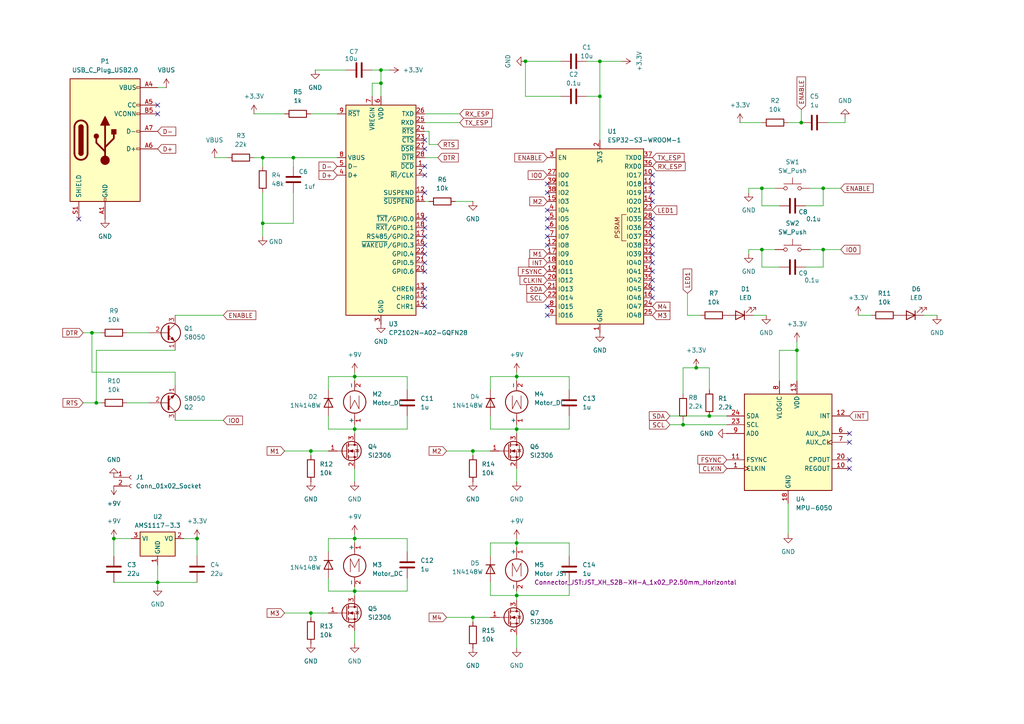
<source format=kicad_sch>
(kicad_sch (version 20231120) (generator "eeschema") (generator_version "8.0")
  (paper "A4")
  (title_block (title "\"Saucey\" Drone Flight Controller") (date "2024-07-07") (rev "1.0") (company "Al Mahir Ahmed"))
  (lib_symbols
    (symbol "Connector:Conn_01x02_Socket" (pin_names (offset 1.016) hide)
      (property "Reference" "J" (at 0 2.54 0))
      (property "Value" "Conn_01x02_Socket" (at 0 -5.08 0))
      (symbol "Conn_01x02_Socket_1_1"
        (pin passive line (at -5.08 0 0) (length 3.81) (name "Pin_1") (number "1"))
        (pin passive line (at -5.08 -2.54 0) (length 3.81) (name "Pin_2") (number "2"))
      )
    )
    (symbol "Connector:USB_C_Plug_USB2.0" (pin_names (offset 1.016))
      (property "Reference" "P" (at -10.16 19.05 0))
      (property "Value" "USB_C_Plug_USB2.0" (at 12.7 19.05 0))
      (symbol "USB_C_Plug_USB2.0_1_1"
        (pin passive line (at 0 -22.86 90) (length 5.08) (name "GND") (number "A1"))
        (pin passive line (at 0 -22.86 90) (length 5.08) hide (name "GND") (number "A12"))
        (pin passive line (at 15.24 15.24 180) (length 5.08) (name "VBUS") (number "A4"))
        (pin bidirectional line (at 15.24 10.16 180) (length 5.08) (name "CC") (number "A5"))
        (pin bidirectional line (at 15.24 -2.54 180) (length 5.08) (name "D+") (number "A6"))
        (pin bidirectional line (at 15.24 2.54 180) (length 5.08) (name "D-") (number "A7"))
        (pin passive line (at 15.24 15.24 180) (length 5.08) hide (name "VBUS") (number "A9"))
        (pin passive line (at 0 -22.86 90) (length 5.08) hide (name "GND") (number "B1"))
        (pin passive line (at 0 -22.86 90) (length 5.08) hide (name "GND") (number "B12"))
        (pin passive line (at 15.24 15.24 180) (length 5.08) hide (name "VBUS") (number "B4"))
        (pin bidirectional line (at 15.24 7.62 180) (length 5.08) (name "VCONN") (number "B5"))
        (pin passive line (at 15.24 15.24 180) (length 5.08) hide (name "VBUS") (number "B9"))
        (pin passive line (at -7.62 -22.86 90) (length 5.08) (name "SHIELD") (number "S1"))
      )
    )
    (symbol "Device:C" (pin_numbers hide) (pin_names (offset 0.254))
      (property "Reference" "C" (at 0.635 2.54 0))
      (property "Value" "C" (at 0.635 -2.54 0))
      (symbol "C_1_1"
        (pin passive line (at 0 3.81 270) (length 2.794) (name "~") (number "1"))
        (pin passive line (at 0 -3.81 90) (length 2.794) (name "~") (number "2"))
      )
    )
    (symbol "Device:LED" (pin_numbers hide) (pin_names (offset 1.016) hide)
      (property "Reference" "D" (at 0 2.54 0))
      (property "Value" "LED" (at 0 -2.54 0))
      (symbol "LED_1_1"
        (pin passive line (at -3.81 0 0) (length 2.54) (name "K") (number "1"))
        (pin passive line (at 3.81 0 180) (length 2.54) (name "A") (number "2"))
      )
    )
    (symbol "Device:R" (pin_numbers hide) (pin_names (offset 0))
      (property "Reference" "R" (at 2.032 0 90))
      (property "Value" "R" (at 0 0 90))
      (symbol "R_1_1"
        (pin passive line (at 0 3.81 270) (length 1.27) (name "~") (number "1"))
        (pin passive line (at 0 -3.81 90) (length 1.27) (name "~") (number "2"))
      )
    )
    (symbol "Diode:1N4148W" (pin_numbers hide) (pin_names hide)
      (property "Reference" "D" (at 0 2.54 0))
      (property "Value" "1N4148W" (at 0 -2.54 0))
      (symbol "1N4148W_1_1"
        (pin passive line (at -3.81 0 0) (length 2.54) (name "K") (number "1"))
        (pin passive line (at 3.81 0 180) (length 2.54) (name "A") (number "2"))
      )
    )
    (symbol "Interface_USB:CP2102N-Axx-xQFN28"
      (property "Reference" "U" (at -8.89 31.75 0))
      (property "Value" "CP2102N-Axx-xQFN28" (at 12.7 31.75 0))
      (symbol "CP2102N-Axx-xQFN28_1_1"
        (pin input line (at 12.7 12.7 180) (length 2.54) (name "~{DCD}") (number "1"))
        (pin no_connect line (at -10.16 -27.94 0) (length 2.54) hide (name "NC") (number "10"))
        (pin output line (at 12.7 2.54 180) (length 2.54) (name "~{SUSPEND}") (number "11"))
        (pin output line (at 12.7 5.08 180) (length 2.54) (name "SUSPEND") (number "12"))
        (pin output line (at 12.7 -22.86 180) (length 2.54) (name "CHREN") (number "13"))
        (pin output line (at 12.7 -27.94 180) (length 2.54) (name "CHR1") (number "14"))
        (pin output line (at 12.7 -25.4 180) (length 2.54) (name "CHR0") (number "15"))
        (pin bidirectional line (at 12.7 -10.16 180) (length 2.54) (name "~{WAKEUP}/GPIO.3") (number "16"))
        (pin bidirectional line (at 12.7 -7.62 180) (length 2.54) (name "RS485/GPIO.2") (number "17"))
        (pin bidirectional line (at 12.7 -5.08 180) (length 2.54) (name "~{RXT}/GPIO.1") (number "18"))
        (pin bidirectional line (at 12.7 -2.54 180) (length 2.54) (name "~{TXT}/GPIO.0") (number "19"))
        (pin bidirectional line (at 12.7 10.16 180) (length 2.54) (name "~{RI}/CLK") (number "2"))
        (pin bidirectional line (at 12.7 -17.78 180) (length 2.54) (name "GPIO.6") (number "20"))
        (pin bidirectional line (at 12.7 -15.24 180) (length 2.54) (name "GPIO.5") (number "21"))
        (pin bidirectional line (at 12.7 -12.7 180) (length 2.54) (name "GPIO.4") (number "22"))
        (pin input line (at 12.7 20.32 180) (length 2.54) (name "~{CTS}") (number "23"))
        (pin output line (at 12.7 22.86 180) (length 2.54) (name "~{RTS}") (number "24"))
        (pin input line (at 12.7 25.4 180) (length 2.54) (name "RXD") (number "25"))
        (pin output line (at 12.7 27.94 180) (length 2.54) (name "TXD") (number "26"))
        (pin input line (at 12.7 17.78 180) (length 2.54) (name "~{DSR}") (number "27"))
        (pin output line (at 12.7 15.24 180) (length 2.54) (name "~{DTR}") (number "28"))
        (pin passive line (at 0 -33.02 90) (length 2.54) hide (name "GND") (number "29"))
        (pin power_in line (at 0 -33.02 90) (length 2.54) (name "GND") (number "3"))
        (pin bidirectional line (at -12.7 10.16 0) (length 2.54) (name "D+") (number "4"))
        (pin bidirectional line (at -12.7 12.7 0) (length 2.54) (name "D-") (number "5"))
        (pin power_in line (at 0 33.02 270) (length 2.54) (name "VDD") (number "6"))
        (pin power_in line (at -2.54 33.02 270) (length 2.54) (name "VREGIN") (number "7"))
        (pin input line (at -12.7 15.24 0) (length 2.54) (name "VBUS") (number "8"))
        (pin input line (at -12.7 27.94 0) (length 2.54) (name "~{RST}") (number "9"))
      )
    )
    (symbol "Motor:Motor_DC" (pin_names (offset 0))
      (property "Reference" "M" (at 2.54 2.54 0))
      (property "Value" "Motor_DC" (at 2.54 -5.08 0))
      (symbol "Motor_DC_1_1"
        (pin passive line (at 0 5.08 270) (length 2.54) (name "+") (number "1"))
        (pin passive line (at 0 -7.62 90) (length 2.54) (name "-") (number "2"))
      )
    )
    (symbol "RF_Module:ESP32-S3-WROOM-1"
      (property "Reference" "U" (at -12.7 26.67 0))
      (property "Value" "ESP32-S3-WROOM-1" (at 12.7 26.67 0))
      (symbol "ESP32-S3-WROOM-1_0_0"
        (text "PSRAM" (at 5.08 2.54 900) (effects (font (size 1.27 1.27))))
      )
      (symbol "ESP32-S3-WROOM-1_1_1"
        (pin power_in line (at 0 -27.94 90) (length 2.54) (name "GND") (number "1"))
        (pin bidirectional line (at 15.24 17.78 180) (length 2.54) (name "IO17") (number "10"))
        (pin bidirectional line (at 15.24 15.24 180) (length 2.54) (name "IO18") (number "11"))
        (pin bidirectional line (at -15.24 -2.54 0) (length 2.54) (name "IO8") (number "12"))
        (pin bidirectional line (at 15.24 12.7 180) (length 2.54) (name "IO19") (number "13"))
        (pin bidirectional line (at 15.24 10.16 180) (length 2.54) (name "IO20") (number "14"))
        (pin bidirectional line (at -15.24 10.16 0) (length 2.54) (name "IO3") (number "15"))
        (pin bidirectional line (at 15.24 -17.78 180) (length 2.54) (name "IO46") (number "16"))
        (pin bidirectional line (at -15.24 -5.08 0) (length 2.54) (name "IO9") (number "17"))
        (pin bidirectional line (at -15.24 -7.62 0) (length 2.54) (name "IO10") (number "18"))
        (pin bidirectional line (at -15.24 -10.16 0) (length 2.54) (name "IO11") (number "19"))
        (pin power_in line (at 0 27.94 270) (length 2.54) (name "3V3") (number "2"))
        (pin bidirectional line (at -15.24 -12.7 0) (length 2.54) (name "IO12") (number "20"))
        (pin bidirectional line (at -15.24 -15.24 0) (length 2.54) (name "IO13") (number "21"))
        (pin bidirectional line (at -15.24 -17.78 0) (length 2.54) (name "IO14") (number "22"))
        (pin bidirectional line (at 15.24 7.62 180) (length 2.54) (name "IO21") (number "23"))
        (pin bidirectional line (at 15.24 -20.32 180) (length 2.54) (name "IO47") (number "24"))
        (pin bidirectional line (at 15.24 -22.86 180) (length 2.54) (name "IO48") (number "25"))
        (pin bidirectional line (at 15.24 -15.24 180) (length 2.54) (name "IO45") (number "26"))
        (pin bidirectional line (at -15.24 17.78 0) (length 2.54) (name "IO0") (number "27"))
        (pin bidirectional line (at 15.24 5.08 180) (length 2.54) (name "IO35") (number "28"))
        (pin bidirectional line (at 15.24 2.54 180) (length 2.54) (name "IO36") (number "29"))
        (pin input line (at -15.24 22.86 0) (length 2.54) (name "EN") (number "3"))
        (pin bidirectional line (at 15.24 0 180) (length 2.54) (name "IO37") (number "30"))
        (pin bidirectional line (at 15.24 -2.54 180) (length 2.54) (name "IO38") (number "31"))
        (pin bidirectional line (at 15.24 -5.08 180) (length 2.54) (name "IO39") (number "32"))
        (pin bidirectional line (at 15.24 -7.62 180) (length 2.54) (name "IO40") (number "33"))
        (pin bidirectional line (at 15.24 -10.16 180) (length 2.54) (name "IO41") (number "34"))
        (pin bidirectional line (at 15.24 -12.7 180) (length 2.54) (name "IO42") (number "35"))
        (pin bidirectional line (at 15.24 20.32 180) (length 2.54) (name "RXD0") (number "36"))
        (pin bidirectional line (at 15.24 22.86 180) (length 2.54) (name "TXD0") (number "37"))
        (pin bidirectional line (at -15.24 12.7 0) (length 2.54) (name "IO2") (number "38"))
        (pin bidirectional line (at -15.24 15.24 0) (length 2.54) (name "IO1") (number "39"))
        (pin bidirectional line (at -15.24 7.62 0) (length 2.54) (name "IO4") (number "4"))
        (pin passive line (at 0 -27.94 90) (length 2.54) hide (name "GND") (number "40"))
        (pin passive line (at 0 -27.94 90) (length 2.54) hide (name "GND") (number "41"))
        (pin bidirectional line (at -15.24 5.08 0) (length 2.54) (name "IO5") (number "5"))
        (pin bidirectional line (at -15.24 2.54 0) (length 2.54) (name "IO6") (number "6"))
        (pin bidirectional line (at -15.24 0 0) (length 2.54) (name "IO7") (number "7"))
        (pin bidirectional line (at -15.24 -20.32 0) (length 2.54) (name "IO15") (number "8"))
        (pin bidirectional line (at -15.24 -22.86 0) (length 2.54) (name "IO16") (number "9"))
      )
    )
    (symbol "Regulator_Linear:AMS1117-3.3"
      (property "Reference" "U" (at -3.81 3.175 0))
      (property "Value" "AMS1117-3.3" (at 0 3.175 0))
      (symbol "AMS1117-3.3_1_1"
        (pin power_in line (at 0 -7.62 90) (length 2.54) (name "GND") (number "1"))
        (pin power_out line (at 7.62 0 180) (length 2.54) (name "VO") (number "2"))
        (pin power_in line (at -7.62 0 0) (length 2.54) (name "VI") (number "3"))
      )
    )
    (symbol "Sensor_Motion:MPU-6050"
      (property "Reference" "U" (at -11.43 13.97 0))
      (property "Value" "MPU-6050" (at 7.62 -15.24 0))
      (symbol "MPU-6050_0_0"
        (text "" (at 12.7 -2.54 0) (effects (font (size 1.27 1.27))))
      )
      (symbol "MPU-6050_1_1"
        (pin input clock (at -17.78 -7.62 0) (length 5.08) (name "CLKIN") (number "1"))
        (pin passive line (at 17.78 -7.62 180) (length 5.08) (name "REGOUT") (number "10"))
        (pin input line (at -17.78 -5.08 0) (length 5.08) (name "FSYNC") (number "11"))
        (pin output line (at 17.78 7.62 180) (length 5.08) (name "INT") (number "12"))
        (pin power_in line (at 2.54 17.78 270) (length 3.81) (name "VDD") (number "13"))
        (pin no_connect line (at -12.7 -10.16 0) (length 2.54) hide (name "NC") (number "14"))
        (pin no_connect line (at 12.7 12.7 180) (length 2.54) hide (name "NC") (number "15"))
        (pin no_connect line (at 12.7 10.16 180) (length 2.54) hide (name "NC") (number "16"))
        (pin no_connect line (at 12.7 5.08 180) (length 2.54) hide (name "NC") (number "17"))
        (pin power_in line (at 0 -17.78 90) (length 3.81) (name "GND") (number "18"))
        (pin no_connect line (at 12.7 -10.16 180) (length 2.54) hide (name "RESV") (number "19"))
        (pin no_connect line (at -12.7 12.7 0) (length 2.54) hide (name "NC") (number "2"))
        (pin passive line (at 17.78 -5.08 180) (length 5.08) (name "CPOUT") (number "20"))
        (pin no_connect line (at 12.7 -2.54 180) (length 2.54) hide (name "RESV") (number "21"))
        (pin no_connect line (at 12.7 -12.7 180) (length 2.54) hide (name "RESV") (number "22"))
        (pin input line (at -17.78 5.08 0) (length 5.08) (name "SCL") (number "23"))
        (pin bidirectional line (at -17.78 7.62 0) (length 5.08) (name "SDA") (number "24"))
        (pin no_connect line (at -12.7 10.16 0) (length 2.54) hide (name "NC") (number "3"))
        (pin no_connect line (at -12.7 0 0) (length 2.54) hide (name "NC") (number "4"))
        (pin no_connect line (at -12.7 -2.54 0) (length 2.54) hide (name "NC") (number "5"))
        (pin bidirectional line (at 17.78 2.54 180) (length 5.08) (name "AUX_DA") (number "6"))
        (pin output clock (at 17.78 0 180) (length 5.08) (name "AUX_CL") (number "7"))
        (pin power_in line (at -2.54 17.78 270) (length 3.81) (name "VLOGIC") (number "8"))
        (pin input line (at -17.78 2.54 0) (length 5.08) (name "AD0") (number "9"))
      )
    )
    (symbol "Switch:SW_Push" (pin_numbers hide) (pin_names (offset 1.016) hide)
      (property "Reference" "SW" (at 1.27 2.54 0))
      (property "Value" "SW_Push" (at 0 -1.524 0))
      (symbol "SW_Push_0_1"
        (pin passive line (at -5.08 0 0) (length 2.54) (name "1") (number "1"))
        (pin passive line (at 5.08 0 180) (length 2.54) (name "2") (number "2"))
      )
    )
    (symbol "Transistor_BJT:S8050" (pin_names (offset 0) hide)
      (property "Reference" "Q" (at 5.08 1.905 0))
      (property "Value" "S8050" (at 5.08 0 0))
      (symbol "S8050_1_1"
        (pin passive line (at 2.54 -5.08 90) (length 2.54) (name "E") (number "1"))
        (pin input line (at -5.08 0 0) (length 5.08) (name "B") (number "2"))
        (pin passive line (at 2.54 5.08 270) (length 2.54) (name "C") (number "3"))
      )
    )
    (symbol "Transistor_FET:2N7002K" (pin_names hide)
      (property "Reference" "Q" (at 5.08 1.905 0))
      (property "Value" "2N7002K" (at 5.08 0 0))
      (symbol "2N7002K_1_1"
        (pin input line (at -5.08 0 0) (length 2.54) (name "G") (number "1"))
        (pin passive line (at 2.54 -5.08 90) (length 2.54) (name "S") (number "2"))
        (pin passive line (at 2.54 5.08 270) (length 2.54) (name "D") (number "3"))
      )
    )
    (symbol "power:+3.3V" (power) (pin_numbers hide) (pin_names (offset 0) hide)
      (property "Value" "+3.3V" (at 0 3.556 0))
      (symbol "+3.3V_1_1"
        (pin power_in line (at 0 0 90) (length 0) (name "~") (number "1"))
      )
    )
    (symbol "power:+9V" (power) (pin_numbers hide) (pin_names (offset 0) hide)
      (property "Value" "+9V" (at 0 3.556 0))
      (symbol "+9V_1_1"
        (pin power_in line (at 0 0 90) (length 0) (name "~") (number "1"))
      )
    )
    (symbol "power:GND" (power) (pin_numbers hide) (pin_names (offset 0) hide)
      (property "Value" "GND" (at 0 -3.81 0))
      (symbol "GND_1_1"
        (pin power_in line (at 0 0 270) (length 0) (name "~") (number "1"))
      )
    )
    (symbol "power:VBUS" (power) (pin_numbers hide) (pin_names (offset 0) hide)
      (property "Value" "VBUS" (at 0 3.556 0))
      (symbol "VBUS_1_1"
        (pin power_in line (at 0 0 90) (length 0) (name "~") (number "1"))
      )
    )
  )
  (junction (at 102.87 124.46))
  (junction (at 238.76 54.61))
  (junction (at 238.76 72.39))
  (junction (at 149.86 109.22))
  (junction (at 198.12 123.19))
  (junction (at 201.93 106.68))
  (junction (at 27.94 116.84))
  (junction (at 173.99 27.94))
  (junction (at 137.16 130.81))
  (junction (at 173.99 17.78))
  (junction (at 152.4 17.78))
  (junction (at 110.49 24.13))
  (junction (at 57.15 156.21))
  (junction (at 90.17 177.8))
  (junction (at 85.09 45.72))
  (junction (at 220.98 54.61))
  (junction (at 137.16 179.07))
  (junction (at 33.02 156.21))
  (junction (at 149.86 157.48))
  (junction (at 232.41 35.56))
  (junction (at 102.87 171.45))
  (junction (at 220.98 72.39))
  (junction (at 149.86 124.46))
  (junction (at 205.74 120.65))
  (junction (at 102.87 156.21))
  (junction (at 76.2 45.72))
  (junction (at 110.49 20.32))
  (junction (at 26.67 96.52))
  (junction (at 90.17 130.81))
  (junction (at 102.87 109.22))
  (junction (at 149.86 172.72))
  (junction (at 231.14 101.6))
  (junction (at 76.2 64.77))
  (junction (at 45.72 168.91))
  (no_connect (at 189.23 55.88))
  (no_connect (at 45.72 30.48))
  (no_connect (at 189.23 76.2))
  (no_connect (at 246.38 135.89))
  (no_connect (at 123.19 78.74))
  (no_connect (at 123.19 76.2))
  (no_connect (at 189.23 63.5))
  (no_connect (at 189.23 66.04))
  (no_connect (at 189.23 68.58))
  (no_connect (at 189.23 81.28))
  (no_connect (at 246.38 133.35))
  (no_connect (at 158.75 55.88))
  (no_connect (at 246.38 125.73))
  (no_connect (at 123.19 83.82))
  (no_connect (at 158.75 88.9))
  (no_connect (at 123.19 48.26))
  (no_connect (at 123.19 40.64))
  (no_connect (at 246.38 128.27))
  (no_connect (at 158.75 66.04))
  (no_connect (at 189.23 53.34))
  (no_connect (at 189.23 86.36))
  (no_connect (at 123.19 50.8))
  (no_connect (at 189.23 78.74))
  (no_connect (at 189.23 58.42))
  (no_connect (at 189.23 73.66))
  (no_connect (at 158.75 91.44))
  (no_connect (at 45.72 33.02))
  (no_connect (at 158.75 71.12))
  (no_connect (at 189.23 50.8))
  (no_connect (at 123.19 63.5))
  (no_connect (at 158.75 68.58))
  (no_connect (at 158.75 63.5))
  (no_connect (at 189.23 71.12))
  (no_connect (at 123.19 73.66))
  (no_connect (at 22.86 63.5))
  (no_connect (at 123.19 71.12))
  (no_connect (at 189.23 83.82))
  (no_connect (at 123.19 55.88))
  (no_connect (at 123.19 66.04))
  (no_connect (at 158.75 60.96))
  (no_connect (at 123.19 43.18))
  (no_connect (at 123.19 68.58))
  (no_connect (at 123.19 88.9))
  (no_connect (at 123.19 86.36))
  (no_connect (at 158.75 53.34))
  (wire (pts (xy 95.25 156.21) (xy 102.87 156.21)))
  (wire (pts (xy 165.1 161.29) (xy 165.1 157.48)))
  (wire (pts (xy 238.76 54.61) (xy 243.84 54.61)))
  (wire (pts (xy 231.14 101.6) (xy 231.14 110.49)))
  (wire (pts (xy 102.87 123.19) (xy 102.87 124.46)))
  (wire (pts (xy 199.39 91.44) (xy 203.2 91.44)))
  (wire (pts (xy 233.68 77.47) (xy 238.76 77.47)))
  (wire (pts (xy 26.67 96.52) (xy 29.21 96.52)))
  (wire (pts (xy 124.46 58.42) (xy 123.19 58.42)))
  (wire (pts (xy 76.2 45.72) (xy 85.09 45.72)))
  (wire (pts (xy 124.46 41.91) (xy 124.46 38.1)))
  (wire (pts (xy 76.2 64.77) (xy 76.2 68.58)))
  (wire (pts (xy 118.11 109.22) (xy 102.87 109.22)))
  (wire (pts (xy 165.1 172.72) (xy 149.86 172.72)))
  (wire (pts (xy 36.83 116.84) (xy 43.18 116.84)))
  (wire (pts (xy 149.86 157.48) (xy 149.86 156.21)))
  (wire (pts (xy 102.87 109.22) (xy 102.87 110.49)))
  (wire (pts (xy 124.46 41.91) (xy 127 41.91)))
  (wire (pts (xy 82.55 177.8) (xy 90.17 177.8)))
  (wire (pts (xy 76.2 55.88) (xy 76.2 64.77)))
  (wire (pts (xy 248.92 91.44) (xy 252.73 91.44)))
  (wire (pts (xy 24.13 96.52) (xy 26.67 96.52)))
  (wire (pts (xy 124.46 38.1) (xy 123.19 38.1)))
  (wire (pts (xy 110.49 20.32) (xy 113.03 20.32)))
  (wire (pts (xy 26.67 107.95) (xy 26.67 96.52)))
  (wire (pts (xy 118.11 171.45) (xy 102.87 171.45)))
  (wire (pts (xy 205.74 106.68) (xy 201.93 106.68)))
  (wire (pts (xy 82.55 130.81) (xy 90.17 130.81)))
  (wire (pts (xy 90.17 179.07) (xy 90.17 177.8)))
  (wire (pts (xy 173.99 27.94) (xy 173.99 17.78)))
  (wire (pts (xy 123.19 33.02) (xy 133.35 33.02)))
  (wire (pts (xy 198.12 106.68) (xy 201.93 106.68)))
  (wire (pts (xy 149.86 123.19) (xy 149.86 124.46)))
  (wire (pts (xy 162.56 27.94) (xy 152.4 27.94)))
  (wire (pts (xy 132.08 58.42) (xy 137.16 58.42)))
  (wire (pts (xy 118.11 156.21) (xy 102.87 156.21)))
  (wire (pts (xy 142.24 109.22) (xy 149.86 109.22)))
  (wire (pts (xy 180.34 17.78) (xy 173.99 17.78)))
  (wire (pts (xy 90.17 177.8) (xy 95.25 177.8)))
  (wire (pts (xy 228.6 146.05) (xy 228.6 154.94)))
  (wire (pts (xy 102.87 135.89) (xy 102.87 139.7)))
  (wire (pts (xy 90.17 130.81) (xy 95.25 130.81)))
  (wire (pts (xy 231.14 99.06) (xy 231.14 101.6)))
  (wire (pts (xy 198.12 121.92) (xy 198.12 123.19)))
  (wire (pts (xy 226.06 59.69) (xy 220.98 59.69)))
  (wire (pts (xy 95.25 113.03) (xy 95.25 109.22)))
  (wire (pts (xy 220.98 72.39) (xy 224.79 72.39)))
  (wire (pts (xy 165.1 113.03) (xy 165.1 109.22)))
  (wire (pts (xy 76.2 64.77) (xy 85.09 64.77)))
  (wire (pts (xy 142.24 168.91) (xy 142.24 172.72)))
  (wire (pts (xy 76.2 45.72) (xy 76.2 48.26)))
  (wire (pts (xy 110.49 20.32) (xy 110.49 24.13)))
  (wire (pts (xy 50.8 111.76) (xy 50.8 107.95)))
  (wire (pts (xy 238.76 72.39) (xy 243.84 72.39)))
  (wire (pts (xy 226.06 77.47) (xy 220.98 77.47)))
  (wire (pts (xy 149.86 109.22) (xy 149.86 110.49)))
  (wire (pts (xy 50.8 121.92) (xy 64.77 121.92)))
  (wire (pts (xy 173.99 27.94) (xy 173.99 40.64)))
  (wire (pts (xy 45.72 163.83) (xy 45.72 168.91)))
  (wire (pts (xy 129.54 130.81) (xy 137.16 130.81)))
  (wire (pts (xy 245.11 35.56) (xy 245.11 34.29)))
  (wire (pts (xy 137.16 179.07) (xy 142.24 179.07)))
  (wire (pts (xy 152.4 27.94) (xy 152.4 17.78)))
  (wire (pts (xy 123.19 45.72) (xy 127 45.72)))
  (wire (pts (xy 45.72 168.91) (xy 57.15 168.91)))
  (wire (pts (xy 152.4 17.78) (xy 162.56 17.78)))
  (wire (pts (xy 95.25 160.02) (xy 95.25 156.21)))
  (wire (pts (xy 198.12 106.68) (xy 198.12 114.3)))
  (wire (pts (xy 33.02 168.91) (xy 45.72 168.91)))
  (wire (pts (xy 165.1 124.46) (xy 149.86 124.46)))
  (wire (pts (xy 102.87 154.94) (xy 102.87 156.21)))
  (wire (pts (xy 73.66 45.72) (xy 76.2 45.72)))
  (wire (pts (xy 90.17 33.02) (xy 97.79 33.02)))
  (wire (pts (xy 205.74 120.65) (xy 210.82 120.65)))
  (wire (pts (xy 50.8 107.95) (xy 26.67 107.95)))
  (wire (pts (xy 129.54 179.07) (xy 137.16 179.07)))
  (wire (pts (xy 45.72 168.91) (xy 45.72 170.18)))
  (wire (pts (xy 102.87 171.45) (xy 102.87 172.72)))
  (wire (pts (xy 217.17 55.88) (xy 217.17 54.61)))
  (wire (pts (xy 165.1 120.65) (xy 165.1 124.46)))
  (wire (pts (xy 149.86 172.72) (xy 149.86 173.99)))
  (wire (pts (xy 137.16 132.08) (xy 137.16 130.81)))
  (wire (pts (xy 107.95 20.32) (xy 110.49 20.32)))
  (wire (pts (xy 226.06 101.6) (xy 231.14 101.6)))
  (wire (pts (xy 95.25 124.46) (xy 102.87 124.46)))
  (wire (pts (xy 107.95 24.13) (xy 110.49 24.13)))
  (wire (pts (xy 142.24 161.29) (xy 142.24 157.48)))
  (wire (pts (xy 149.86 124.46) (xy 149.86 125.73)))
  (wire (pts (xy 123.19 35.56) (xy 133.35 35.56)))
  (wire (pts (xy 232.41 35.56) (xy 232.41 31.75)))
  (wire (pts (xy 238.76 72.39) (xy 238.76 77.47)))
  (wire (pts (xy 217.17 73.66) (xy 217.17 72.39)))
  (wire (pts (xy 73.66 33.02) (xy 82.55 33.02)))
  (wire (pts (xy 220.98 59.69) (xy 220.98 54.61)))
  (wire (pts (xy 194.31 120.65) (xy 205.74 120.65)))
  (wire (pts (xy 33.02 156.21) (xy 38.1 156.21)))
  (wire (pts (xy 107.95 27.94) (xy 107.95 24.13)))
  (wire (pts (xy 205.74 113.03) (xy 205.74 106.68)))
  (wire (pts (xy 226.06 101.6) (xy 226.06 110.49)))
  (wire (pts (xy 142.24 124.46) (xy 149.86 124.46)))
  (wire (pts (xy 142.24 172.72) (xy 149.86 172.72)))
  (wire (pts (xy 85.09 64.77) (xy 85.09 55.88)))
  (wire (pts (xy 149.86 109.22) (xy 149.86 107.95)))
  (wire (pts (xy 238.76 54.61) (xy 238.76 59.69)))
  (wire (pts (xy 217.17 54.61) (xy 220.98 54.61)))
  (wire (pts (xy 217.17 72.39) (xy 220.98 72.39)))
  (wire (pts (xy 102.87 182.88) (xy 102.87 186.69)))
  (wire (pts (xy 238.76 72.39) (xy 234.95 72.39)))
  (wire (pts (xy 85.09 45.72) (xy 97.79 45.72)))
  (wire (pts (xy 45.72 25.4) (xy 48.26 25.4)))
  (wire (pts (xy 27.94 116.84) (xy 29.21 116.84)))
  (wire (pts (xy 102.87 170.18) (xy 102.87 171.45)))
  (wire (pts (xy 137.16 180.34) (xy 137.16 179.07)))
  (wire (pts (xy 149.86 135.89) (xy 149.86 139.7)))
  (wire (pts (xy 91.44 20.32) (xy 100.33 20.32)))
  (wire (pts (xy 149.86 171.45) (xy 149.86 172.72)))
  (wire (pts (xy 33.02 156.21) (xy 33.02 161.29)))
  (wire (pts (xy 102.87 109.22) (xy 102.87 107.95)))
  (wire (pts (xy 149.86 157.48) (xy 149.86 158.75)))
  (wire (pts (xy 165.1 157.48) (xy 149.86 157.48)))
  (wire (pts (xy 85.09 45.72) (xy 85.09 48.26)))
  (wire (pts (xy 102.87 124.46) (xy 102.87 125.73)))
  (wire (pts (xy 142.24 157.48) (xy 149.86 157.48)))
  (wire (pts (xy 199.39 85.09) (xy 199.39 91.44)))
  (wire (pts (xy 90.17 132.08) (xy 90.17 130.81)))
  (wire (pts (xy 165.1 168.91) (xy 165.1 172.72)))
  (wire (pts (xy 50.8 91.44) (xy 64.77 91.44)))
  (wire (pts (xy 53.34 156.21) (xy 57.15 156.21)))
  (wire (pts (xy 95.25 171.45) (xy 102.87 171.45)))
  (wire (pts (xy 24.13 116.84) (xy 27.94 116.84)))
  (wire (pts (xy 118.11 167.64) (xy 118.11 171.45)))
  (wire (pts (xy 267.97 91.44) (xy 271.78 91.44)))
  (wire (pts (xy 194.31 123.19) (xy 198.12 123.19)))
  (wire (pts (xy 95.25 109.22) (xy 102.87 109.22)))
  (wire (pts (xy 238.76 54.61) (xy 234.95 54.61)))
  (wire (pts (xy 165.1 109.22) (xy 149.86 109.22)))
  (wire (pts (xy 50.8 101.6) (xy 27.94 101.6)))
  (wire (pts (xy 118.11 124.46) (xy 102.87 124.46)))
  (wire (pts (xy 149.86 184.15) (xy 149.86 187.96)))
  (wire (pts (xy 233.68 59.69) (xy 238.76 59.69)))
  (wire (pts (xy 214.63 35.56) (xy 220.98 35.56)))
  (wire (pts (xy 220.98 77.47) (xy 220.98 72.39)))
  (wire (pts (xy 57.15 156.21) (xy 57.15 161.29)))
  (wire (pts (xy 198.12 123.19) (xy 210.82 123.19)))
  (wire (pts (xy 142.24 120.65) (xy 142.24 124.46)))
  (wire (pts (xy 62.23 45.72) (xy 66.04 45.72)))
  (wire (pts (xy 142.24 113.03) (xy 142.24 109.22)))
  (wire (pts (xy 95.25 167.64) (xy 95.25 171.45)))
  (wire (pts (xy 170.18 27.94) (xy 173.99 27.94)))
  (wire (pts (xy 232.41 35.56) (xy 228.6 35.56)))
  (wire (pts (xy 218.44 91.44) (xy 222.25 91.44)))
  (wire (pts (xy 36.83 96.52) (xy 43.18 96.52)))
  (wire (pts (xy 95.25 120.65) (xy 95.25 124.46)))
  (wire (pts (xy 240.03 35.56) (xy 245.11 35.56)))
  (wire (pts (xy 27.94 101.6) (xy 27.94 116.84)))
  (wire (pts (xy 118.11 113.03) (xy 118.11 109.22)))
  (wire (pts (xy 118.11 120.65) (xy 118.11 124.46)))
  (wire (pts (xy 173.99 17.78) (xy 170.18 17.78)))
  (wire (pts (xy 102.87 156.21) (xy 102.87 157.48)))
  (wire (pts (xy 137.16 130.81) (xy 142.24 130.81)))
  (wire (pts (xy 220.98 54.61) (xy 224.79 54.61)))
  (wire (pts (xy 110.49 24.13) (xy 110.49 27.94)))
  (wire (pts (xy 118.11 160.02) (xy 118.11 156.21)))
  (global_label "TX_ESP" (shape input) (at 189.23 45.72 0) (property "Intersheetrefs" "${INTERSHEET_REFS}" (effects (hide yes))))
  (global_label "RTS" (shape input) (at 127 41.91 0) (property "Intersheetrefs" "${INTERSHEET_REFS}" (effects (hide yes))))
  (global_label "IO0" (shape input) (at 243.84 72.39 0) (property "Intersheetrefs" "${INTERSHEET_REFS}" (effects (hide yes))))
  (global_label "M4" (shape input) (at 129.54 179.07 180) (property "Intersheetrefs" "${INTERSHEET_REFS}" (effects (hide yes))))
  (global_label "D-" (shape input) (at 45.72 38.1 0) (property "Intersheetrefs" "${INTERSHEET_REFS}" (effects (hide yes))))
  (global_label "SCL" (shape input) (at 194.31 123.19 180) (property "Intersheetrefs" "${INTERSHEET_REFS}" (effects (hide yes))))
  (global_label "CLKIN" (shape input) (at 210.82 135.89 180) (property "Intersheetrefs" "${INTERSHEET_REFS}" (effects (hide yes))))
  (global_label "LED1" (shape input) (at 189.23 60.96 0) (property "Intersheetrefs" "${INTERSHEET_REFS}" (effects (hide yes))))
  (global_label "INT" (shape input) (at 246.38 120.65 0) (property "Intersheetrefs" "${INTERSHEET_REFS}" (effects (hide yes))))
  (global_label "ENABLE" (shape input) (at 64.77 91.44 0) (property "Intersheetrefs" "${INTERSHEET_REFS}" (effects (hide yes))))
  (global_label "SCL" (shape input) (at 158.75 86.36 180) (property "Intersheetrefs" "${INTERSHEET_REFS}" (effects (hide yes))))
  (global_label "D-" (shape input) (at 97.79 48.26 180) (property "Intersheetrefs" "${INTERSHEET_REFS}" (effects (hide yes))))
  (global_label "M3" (shape input) (at 189.23 91.44 0) (property "Intersheetrefs" "${INTERSHEET_REFS}" (effects (hide yes))))
  (global_label "M3" (shape input) (at 82.55 177.8 180) (property "Intersheetrefs" "${INTERSHEET_REFS}" (effects (hide yes))))
  (global_label "DTR" (shape input) (at 24.13 96.52 180) (property "Intersheetrefs" "${INTERSHEET_REFS}" (effects (hide yes))))
  (global_label "M1" (shape input) (at 82.55 130.81 180) (property "Intersheetrefs" "${INTERSHEET_REFS}" (effects (hide yes))))
  (global_label "INT" (shape input) (at 158.75 76.2 180) (property "Intersheetrefs" "${INTERSHEET_REFS}" (effects (hide yes))))
  (global_label "IO0" (shape input) (at 158.75 50.8 180) (property "Intersheetrefs" "${INTERSHEET_REFS}" (effects (hide yes))))
  (global_label "DTR" (shape input) (at 127 45.72 0) (property "Intersheetrefs" "${INTERSHEET_REFS}" (effects (hide yes))))
  (global_label "M4" (shape input) (at 189.23 88.9 0) (property "Intersheetrefs" "${INTERSHEET_REFS}" (effects (hide yes))))
  (global_label "RTS" (shape input) (at 24.13 116.84 180) (property "Intersheetrefs" "${INTERSHEET_REFS}" (effects (hide yes))))
  (global_label "M2" (shape input) (at 129.54 130.81 180) (property "Intersheetrefs" "${INTERSHEET_REFS}" (effects (hide yes))))
  (global_label "CLKIN" (shape input) (at 158.75 81.28 180) (property "Intersheetrefs" "${INTERSHEET_REFS}" (effects (hide yes))))
  (global_label "FSYNC" (shape input) (at 158.75 78.74 180) (property "Intersheetrefs" "${INTERSHEET_REFS}" (effects (hide yes))))
  (global_label "M2" (shape input) (at 158.75 58.42 180) (property "Intersheetrefs" "${INTERSHEET_REFS}" (effects (hide yes))))
  (global_label "D+" (shape input) (at 45.72 43.18 0) (property "Intersheetrefs" "${INTERSHEET_REFS}" (effects (hide yes))))
  (global_label "SDA" (shape input) (at 194.31 120.65 180) (property "Intersheetrefs" "${INTERSHEET_REFS}" (effects (hide yes))))
  (global_label "RX_ESP" (shape input) (at 133.35 33.02 0) (property "Intersheetrefs" "${INTERSHEET_REFS}" (effects (hide yes))))
  (global_label "ENABLE" (shape input) (at 243.84 54.61 0) (property "Intersheetrefs" "${INTERSHEET_REFS}" (effects (hide yes))))
  (global_label "M1" (shape input) (at 158.75 73.66 180) (property "Intersheetrefs" "${INTERSHEET_REFS}" (effects (hide yes))))
  (global_label "FSYNC" (shape input) (at 210.82 133.35 180) (property "Intersheetrefs" "${INTERSHEET_REFS}" (effects (hide yes))))
  (global_label "D+" (shape input) (at 97.79 50.8 180) (property "Intersheetrefs" "${INTERSHEET_REFS}" (effects (hide yes))))
  (global_label "TX_ESP" (shape input) (at 133.35 35.56 0) (property "Intersheetrefs" "${INTERSHEET_REFS}" (effects (hide yes))))
  (global_label "RX_ESP" (shape input) (at 189.23 48.26 0) (property "Intersheetrefs" "${INTERSHEET_REFS}" (effects (hide yes))))
  (global_label "ENABLE" (shape input) (at 232.41 31.75 90) (property "Intersheetrefs" "${INTERSHEET_REFS}" (effects (hide yes))))
  (global_label "IO0" (shape input) (at 64.77 121.92 0) (property "Intersheetrefs" "${INTERSHEET_REFS}" (effects (hide yes))))
  (global_label "SDA" (shape input) (at 158.75 83.82 180) (property "Intersheetrefs" "${INTERSHEET_REFS}" (effects (hide yes))))
  (global_label "ENABLE" (shape input) (at 158.75 45.72 180) (property "Intersheetrefs" "${INTERSHEET_REFS}" (effects (hide yes))))
  (global_label "LED1" (shape input) (at 199.39 85.09 90) (property "Intersheetrefs" "${INTERSHEET_REFS}" (effects (hide yes))))
  (symbol (lib_id "Device:C") (at 33.02 165.1 0) (unit 1)
    (property "Reference" "C3" (at 36.83 163.8299 0) (effects (justify left)))
    (property "Value" "22u" (at 36.83 166.3699 0) (effects (justify left)))
    (property "Footprint" "Capacitor_SMD:C_1210_3225Metric" (effects (hide yes)))
    (property "Description" "Unpolarized capacitor" (effects (hide yes)))
    (property "Type" "SMD" (effects (hide yes)))
  )
  (symbol (lib_id "power:GND") (at 137.16 58.42 0) (unit 1)
    (property "Reference" "#PWR012" (effects (hide yes)))
    (property "Value" "GND" (at 137.16 63.5 0))
    (property "Description" "Power symbol creates a global label with name \"GND\" , ground" (effects (hide yes)))
  )
  (symbol (lib_id "Device:C") (at 118.11 163.83 0) (unit 1)
    (property "Reference" "C12" (at 121.92 162.5599 0) (effects (justify left)))
    (property "Value" "1u" (at 121.92 165.0999 0) (effects (justify left)))
    (property "Footprint" "Capacitor_SMD:C_0402_1005Metric" (effects (hide yes)))
    (property "Description" "Unpolarized capacitor" (effects (hide yes)))
    (property "Type" "SMD" (effects (hide yes)))
  )
  (symbol (lib_id "power:+3.3V") (at 214.63 35.56 0) (unit 1)
    (property "Reference" "#PWR021" (effects (hide yes)))
    (property "Value" "+3.3V" (at 214.63 30.48 0))
    (property "Description" "Power symbol creates a global label with name \"+3.3V\"" (effects (hide yes)))
  )
  (symbol (lib_id "power:+3.3V") (at 113.03 20.32 270) (unit 1)
    (property "Reference" "#PWR013" (effects (hide yes)))
    (property "Value" "+3.3V" (at 116.84 20.3199 90) (effects (justify left)))
    (property "Description" "Power symbol creates a global label with name \"+3.3V\"" (effects (hide yes)))
  )
  (symbol (lib_id "Device:C") (at 166.37 27.94 270) (unit 1)
    (property "Reference" "C2" (at 166.37 21.59 90))
    (property "Value" "0.1u" (at 166.37 24.13 90))
    (property "Footprint" "Capacitor_SMD:C_0603_1608Metric" (effects (hide yes)))
    (property "Description" "Unpolarized capacitor" (effects (hide yes)))
    (property "Type" "SMD" (effects (hide yes)))
  )
  (symbol (lib_id "Device:R") (at 256.54 91.44 270) (unit 1)
    (property "Reference" "R11" (at 256.54 85.09 90))
    (property "Value" "10k" (at 256.54 87.63 90))
    (property "Footprint" "Resistor_SMD:R_0805_2012Metric" (effects (hide yes)))
    (property "Description" "Resistor" (effects (hide yes)))
    (property "Type" "SMD" (effects (hide yes)))
  )
  (symbol (lib_id "power:+9V") (at 149.86 107.95 0) (unit 1)
    (property "Reference" "#PWR031" (effects (hide yes)))
    (property "Value" "+9V" (at 149.86 102.87 0))
    (property "Description" "Power symbol creates a global label with name \"+9V\"" (effects (hide yes)))
  )
  (symbol (lib_id "Device:C") (at 118.11 116.84 0) (unit 1)
    (property "Reference" "C11" (at 121.92 115.5699 0) (effects (justify left)))
    (property "Value" "1u" (at 121.92 118.1099 0) (effects (justify left)))
    (property "Footprint" "Capacitor_SMD:C_0402_1005Metric" (effects (hide yes)))
    (property "Description" "Unpolarized capacitor" (effects (hide yes)))
    (property "Type" "SMD" (effects (hide yes)))
  )
  (symbol (lib_id "power:GND") (at 217.17 55.88 0) (unit 1)
    (property "Reference" "#PWR017" (effects (hide yes)))
    (property "Value" "GND" (at 217.17 60.96 0))
    (property "Description" "Power symbol creates a global label with name \"GND\" , ground" (effects (hide yes)))
  )
  (symbol (lib_id "Device:R") (at 90.17 135.89 180) (unit 1)
    (property "Reference" "R12" (at 92.71 134.6199 0) (effects (justify right)))
    (property "Value" "10k" (at 92.71 137.1599 0) (effects (justify right)))
    (property "Footprint" "Resistor_SMD:R_0805_2012Metric" (effects (hide yes)))
    (property "Description" "Resistor" (effects (hide yes)))
    (property "Type" "SMD" (effects (hide yes)))
  )
  (symbol (lib_id "power:+3.3V") (at 248.92 91.44 0) (unit 1)
    (property "Reference" "#PWR040" (effects (hide yes)))
    (property "Value" "+3.3V" (at 248.92 86.36 0))
    (property "Description" "Power symbol creates a global label with name \"+3.3V\"" (effects (hide yes)))
  )
  (symbol (lib_id "power:GND") (at 102.87 139.7 0) (unit 1)
    (property "Reference" "#PWR026" (effects (hide yes)))
    (property "Value" "GND" (at 102.87 144.78 0))
    (property "Description" "Power symbol creates a global label with name \"GND\" , ground" (effects (hide yes)))
  )
  (symbol (lib_id "power:+9V") (at 149.86 156.21 0) (unit 1)
    (property "Reference" "#PWR034" (effects (hide yes)))
    (property "Value" "+9V" (at 149.86 151.13 0))
    (property "Description" "Power symbol creates a global label with name \"+9V\"" (effects (hide yes)))
  )
  (symbol (lib_id "Motor:Motor_DC") (at 149.86 118.11 180) (unit 1)
    (property "Reference" "M4" (at 154.94 114.2999 0) (effects (justify right)))
    (property "Value" "Motor_DC" (at 154.94 116.8399 0) (effects (justify right)))
    (property "Footprint" "Connector_JST:JST_XH_S2B-XH-A_1x02_P2.50mm_Horizontal" (effects (hide yes)))
    (property "Description" "JST connectors" (effects (hide yes)))
    (property "Type" "Through-hole" (effects (hide yes)))
  )
  (symbol (lib_id "power:VBUS") (at 48.26 25.4 0) (unit 1)
    (property "Reference" "#PWR07" (effects (hide yes)))
    (property "Value" "VBUS" (at 48.26 20.32 0))
    (property "Description" "Power symbol creates a global label with name \"VBUS\"" (effects (hide yes)))
  )
  (symbol (lib_id "power:GND") (at 271.78 91.44 0) (unit 1)
    (property "Reference" "#PWR038" (effects (hide yes)))
    (property "Value" "GND" (at 271.78 96.52 0))
    (property "Description" "Power symbol creates a global label with name \"GND\" , ground" (effects (hide yes)))
  )
  (symbol (lib_id "power:GND") (at 30.48 63.5 0) (unit 1)
    (property "Reference" "#PWR08" (effects (hide yes)))
    (property "Value" "GND" (at 30.48 68.58 0))
    (property "Description" "Power symbol creates a global label with name \"GND\" , ground" (effects (hide yes)))
  )
  (symbol (lib_id "power:GND") (at 152.4 17.78 270) (unit 1)
    (property "Reference" "#PWR02" (effects (hide yes)))
    (property "Value" "GND" (at 147.32 17.78 0))
    (property "Description" "Power symbol creates a global label with name \"GND\" , ground" (effects (hide yes)))
  )
  (symbol (lib_id "Device:C") (at 165.1 165.1 0) (unit 1)
    (property "Reference" "C14" (at 168.91 163.8299 0) (effects (justify left)))
    (property "Value" "1u" (at 168.91 166.3699 0) (effects (justify left)))
    (property "Footprint" "Capacitor_SMD:C_0402_1005Metric" (effects (hide yes)))
    (property "Description" "Unpolarized capacitor" (effects (hide yes)))
    (property "Type" "SMD" (effects (hide yes)))
  )
  (symbol (lib_id "Device:R") (at 198.12 118.11 0) (unit 1)
    (property "Reference" "R8" (at 199.644 115.316 0) (effects (justify left)))
    (property "Value" "2.2k" (at 199.644 117.856 0) (effects (justify left)))
    (property "Footprint" "Resistor_SMD:R_0805_2012Metric" (effects (hide yes)))
    (property "Description" "Resistor" (effects (hide yes)))
    (property "Type" "SMD" (effects (hide yes)))
  )
  (symbol (lib_id "Transistor_FET:2N7002K") (at 147.32 179.07 0) (unit 1)
    (property "Reference" "Q7" (at 153.67 177.7999 0) (effects (justify left)))
    (property "Value" "SI2306" (at 153.67 180.3399 0) (effects (justify left)))
    (property "Footprint" "Package_TO_SOT_SMD:SOT-23" (effects (hide yes)))
    (property "Datasheet" "https://www.mccsemi.com/pdf/Products/SI2306(SOT-23).pdf" (effects (hide yes)))
    (property "Description" "0.38A Id, 60V Vds, N-Channel MOSFET, SOT-23" (effects (hide yes)))
    (property "Type" "SMD" (effects (hide yes)))
  )
  (symbol (lib_id "Transistor_BJT:S8050") (at 48.26 116.84 0) (mirror x) (unit 1)
    (property "Reference" "Q2" (at 53.34 118.1101 0) (effects (justify left)))
    (property "Value" "S8050" (at 53.34 115.5701 0) (effects (justify left)))
    (property "Footprint" "Package_TO_SOT_THT:TO-92_Inline" (effects (hide yes)))
    (property "Datasheet" "http://www.unisonic.com.tw/datasheet/S8050.pdf" (effects (hide yes)))
    (property "Description" "0.7A Ic, 20V Vce, Low Voltage High Current NPN Transistor, TO-92" (effects (hide yes)))
    (property "Type" "Through-hole" (effects (hide yes)))
  )
  (symbol (lib_id "power:+3.3V") (at 57.15 156.21 0) (unit 1)
    (property "Reference" "#PWR04" (effects (hide yes)))
    (property "Value" "+3.3V" (at 57.15 151.13 0))
    (property "Description" "Power symbol creates a global label with name \"+3.3V\"" (effects (hide yes)))
  )
  (symbol (lib_id "Device:R") (at 207.01 91.44 270) (unit 1)
    (property "Reference" "R7" (at 207.01 85.09 90))
    (property "Value" "10k" (at 207.01 87.63 90))
    (property "Footprint" "Resistor_SMD:R_0805_2012Metric" (effects (hide yes)))
    (property "Description" "Resistor" (effects (hide yes)))
    (property "Type" "SMD" (effects (hide yes)))
  )
  (symbol (lib_id "Device:R") (at 90.17 182.88 180) (unit 1)
    (property "Reference" "R13" (at 92.71 181.6099 0) (effects (justify right)))
    (property "Value" "10k" (at 92.71 184.1499 0) (effects (justify right)))
    (property "Footprint" "Resistor_SMD:R_0805_2012Metric" (effects (hide yes)))
    (property "Description" "Resistor" (effects (hide yes)))
    (property "Type" "SMD" (effects (hide yes)))
  )
  (symbol (lib_id "Device:C") (at 229.87 77.47 270) (unit 1)
    (property "Reference" "C9" (at 232.918 79.248 90))
    (property "Value" "0.1u" (at 235.458 81.28 90))
    (property "Footprint" "Capacitor_SMD:C_0603_1608Metric" (effects (hide yes)))
    (property "Description" "Unpolarized capacitor" (effects (hide yes)))
    (property "Type" "SMD" (effects (hide yes)))
  )
  (symbol (lib_id "Device:C") (at 165.1 116.84 0) (unit 1)
    (property "Reference" "C13" (at 168.91 115.5699 0) (effects (justify left)))
    (property "Value" "1u" (at 168.91 118.1099 0) (effects (justify left)))
    (property "Footprint" "Capacitor_SMD:C_0402_1005Metric" (effects (hide yes)))
    (property "Description" "Unpolarized capacitor" (effects (hide yes)))
    (property "Type" "SMD" (effects (hide yes)))
  )
  (symbol (lib_id "Diode:1N4148W") (at 142.24 165.1 270) (unit 1)
    (property "Reference" "D5" (at 136.398 163.322 90) (effects (justify left)))
    (property "Value" "1N4148W" (at 131.064 165.862 90) (effects (justify left)))
    (property "Footprint" "Diode_SMD:D_SOD-123" (effects (hide yes)))
    (property "Datasheet" "https://www.vishay.com/docs/85748/1n4148w.pdf" (effects (hide yes)))
    (property "Description" "75V 0.15A Fast Switching Diode, SOD-123" (effects (hide yes)))
    (property "Sim.Device" "D" (effects (hide yes)))
    (property "Sim.Pins" "1=K 2=A" (effects (hide yes)))
    (property "Type" "SMD" (effects (hide yes)))
  )
  (symbol (lib_id "power:GND") (at 137.16 139.7 0) (unit 1)
    (property "Reference" "#PWR030" (effects (hide yes)))
    (property "Value" "GND" (at 137.16 144.78 0))
    (property "Description" "Power symbol creates a global label with name \"GND\" , ground" (effects (hide yes)))
  )
  (symbol (lib_id "Sensor_Motion:MPU-6050") (at 228.6 128.27 0) (unit 1)
    (property "Reference" "U4" (at 230.7941 144.78 0) (effects (justify left)))
    (property "Value" "MPU-6050" (at 230.7941 147.32 0) (effects (justify left)))
    (property "Footprint" "Sensor_Motion:InvenSense_QFN-24_4x4mm_P0.5mm" (effects (hide yes)))
    (property "Datasheet" "https://invensense.tdk.com/wp-content/uploads/2015/02/MPU-6000-Datasheet1.pdf" (effects (hide yes)))
    (property "Description" "InvenSense 6-Axis Motion Sensor, Gyroscope, Accelerometer, I2C" (effects (hide yes)))
  )
  (symbol (lib_id "power:+9V") (at 102.87 107.95 0) (unit 1)
    (property "Reference" "#PWR025" (effects (hide yes)))
    (property "Value" "+9V" (at 102.87 102.87 0))
    (property "Description" "Power symbol creates a global label with name \"+9V\"" (effects (hide yes)))
  )
  (symbol (lib_id "Device:C") (at 236.22 35.56 270) (unit 1)
    (property "Reference" "C5" (at 236.22 27.94 90))
    (property "Value" "1u" (at 236.22 30.48 90))
    (property "Footprint" "Capacitor_SMD:C_0402_1005Metric" (effects (hide yes)))
    (property "Description" "Unpolarized capacitor" (effects (hide yes)))
    (property "Type" "SMD" (effects (hide yes)))
  )
  (symbol (lib_id "Motor:Motor_DC") (at 102.87 118.11 180) (unit 1)
    (property "Reference" "M2" (at 107.95 114.2999 0) (effects (justify right)))
    (property "Value" "Motor_DC" (at 107.95 116.8399 0) (effects (justify right)))
    (property "Footprint" "Connector_JST:JST_XH_S2B-XH-A_1x02_P2.50mm_Horizontal" (effects (hide yes)))
    (property "Description" "JST connectors" (effects (hide yes)))
    (property "Type" "Through-hole" (effects (hide yes)))
  )
  (symbol (lib_id "Device:LED") (at 264.16 91.44 180) (unit 1)
    (property "Reference" "D6" (at 265.7475 83.82 0))
    (property "Value" "LED" (at 265.7475 86.36 0))
    (property "Footprint" "LED_SMD:LED_0805_2012Metric_Pad1.15x1.40mm_HandSolder" (effects (hide yes)))
    (property "Description" "Light emitting diode" (effects (hide yes)))
    (property "Type" "SMD" (effects (hide yes)))
  )
  (symbol (lib_id "power:GND") (at 110.49 93.98 0) (unit 1)
    (property "Reference" "#PWR015" (effects (hide yes)))
    (property "Value" "GND" (at 110.49 99.06 0))
    (property "Description" "Power symbol creates a global label with name \"GND\" , ground" (effects (hide yes)))
  )
  (symbol (lib_id "Device:R") (at 224.79 35.56 90) (unit 1)
    (property "Reference" "R2" (at 224.79 29.21 90))
    (property "Value" "10k" (at 224.79 31.75 90))
    (property "Footprint" "Resistor_SMD:R_0805_2012Metric" (effects (hide yes)))
    (property "Description" "Resistor" (effects (hide yes)))
    (property "Type" "SMD" (effects (hide yes)))
  )
  (symbol (lib_id "Transistor_FET:2N7002K") (at 100.33 177.8 0) (unit 1)
    (property "Reference" "Q5" (at 106.68 176.5299 0) (effects (justify left)))
    (property "Value" "SI2306" (at 106.68 179.0699 0) (effects (justify left)))
    (property "Footprint" "Package_TO_SOT_SMD:SOT-23" (effects (hide yes)))
    (property "Datasheet" "https://www.mccsemi.com/pdf/Products/SI2306(SOT-23).pdf" (effects (hide yes)))
    (property "Description" "0.38A Id, 60V Vds, N-Channel MOSFET, SOT-23" (effects (hide yes)))
    (property "Type" "SMD" (effects (hide yes)))
  )
  (symbol (lib_id "Device:C") (at 104.14 20.32 270) (unit 1)
    (property "Reference" "C7" (at 102.616 14.986 90))
    (property "Value" "10u" (at 101.854 17.018 90))
    (property "Footprint" "Capacitor_SMD:C_0603_1608Metric" (effects (hide yes)))
    (property "Description" "Unpolarized capacitor" (effects (hide yes)))
    (property "Type" "SMD" (effects (hide yes)))
  )
  (symbol (lib_id "power:+3.3V") (at 231.14 99.06 0) (unit 1)
    (property "Reference" "#PWR019" (effects (hide yes)))
    (property "Value" "+3.3V" (at 231.14 93.98 0))
    (property "Description" "Power symbol creates a global label with name \"+3.3V\"" (effects (hide yes)))
  )
  (symbol (lib_id "Device:R") (at 205.74 116.84 0) (unit 1)
    (property "Reference" "R1" (at 208.28 115.5699 0) (effects (justify left)))
    (property "Value" "2.2k" (at 208.28 118.1099 0) (effects (justify left)))
    (property "Footprint" "Resistor_SMD:R_0805_2012Metric" (effects (hide yes)))
    (property "Description" "Resistor" (effects (hide yes)))
    (property "Type" "SMD" (effects (hide yes)))
  )
  (symbol (lib_id "power:GND") (at 137.16 187.96 0) (unit 1)
    (property "Reference" "#PWR033" (effects (hide yes)))
    (property "Value" "GND" (at 137.16 193.04 0))
    (property "Description" "Power symbol creates a global label with name \"GND\" , ground" (effects (hide yes)))
  )
  (symbol (lib_id "power:GND") (at 33.02 138.43 0) (mirror x) (unit 1)
    (property "Reference" "#PWR042" (effects (hide yes)))
    (property "Value" "GND" (at 33.02 133.35 0))
    (property "Description" "Power symbol creates a global label with name \"GND\" , ground" (effects (hide yes)))
  )
  (symbol (lib_id "Device:C") (at 229.87 59.69 270) (unit 1)
    (property "Reference" "C8" (at 232.918 61.468 90))
    (property "Value" "0.1u" (at 235.966 63.5 90))
    (property "Footprint" "Capacitor_SMD:C_0603_1608Metric" (effects (hide yes)))
    (property "Description" "Unpolarized capacitor" (effects (hide yes)))
    (property "Type" "SMD" (effects (hide yes)))
  )
  (symbol (lib_id "Diode:1N4148W") (at 95.25 116.84 270) (unit 1)
    (property "Reference" "D2" (at 89.408 115.062 90) (effects (justify left)))
    (property "Value" "1N4148W" (at 84.074 117.602 90) (effects (justify left)))
    (property "Footprint" "Diode_SMD:D_SOD-123" (effects (hide yes)))
    (property "Datasheet" "https://www.vishay.com/docs/85748/1n4148w.pdf" (effects (hide yes)))
    (property "Description" "75V 0.15A Fast Switching Diode, SOD-123" (effects (hide yes)))
    (property "Sim.Device" "D" (effects (hide yes)))
    (property "Sim.Pins" "1=K 2=A" (effects (hide yes)))
    (property "Type" "SMD" (effects (hide yes)))
  )
  (symbol (lib_id "Device:R") (at 69.85 45.72 90) (unit 1)
    (property "Reference" "R3" (at 69.85 39.37 90))
    (property "Value" "22k" (at 69.85 41.91 90))
    (property "Footprint" "Resistor_SMD:R_1210_3225Metric" (effects (hide yes)))
    (property "Description" "Resistor" (effects (hide yes)))
    (property "Type" "SMD" (effects (hide yes)))
  )
  (symbol (lib_id "Connector:Conn_01x02_Socket") (at 38.1 138.43 0) (unit 1)
    (property "Reference" "J1" (at 39.37 138.4299 0) (effects (justify left)))
    (property "Value" "Conn_01x02_Socket" (at 39.37 140.9699 0) (effects (justify left)))
    (property "Footprint" "Connector_JST:JST_XH_S2B-XH-A_1x02_P2.50mm_Horizontal" (effects (hide yes)))
    (property "Description" "Generic connector, single row, 01x02, script generated" (effects (hide yes)))
    (property "Type" "Through-hole" (effects (hide yes)))
  )
  (symbol (lib_id "RF_Module:ESP32-S3-WROOM-1") (at 173.99 68.58 0) (unit 1)
    (property "Reference" "U1" (at 176.1841 38.1 0) (effects (justify left)))
    (property "Value" "ESP32-S3-WROOM-1" (at 176.1841 40.64 0) (effects (justify left)))
    (property "Footprint" "RF_Module:ESP32-S3-WROOM-1" (effects (hide yes)))
    (property "Datasheet" "https://www.espressif.com/sites/default/files/documentation/esp32-s3-wroom-1_wroom-1u_datasheet_en.pdf" (effects (hide yes)))
    (property "Description" "RF Module, ESP32-S3 SoC, Wi-Fi 802.11b/g/n, Bluetooth, BLE, 32-bit, 3.3V, onboard antenna, SMD" (effects (hide yes)))
    (property "Type" "SMD" (effects (hide yes)))
  )
  (symbol (lib_id "Device:R") (at 137.16 184.15 180) (unit 1)
    (property "Reference" "R15" (at 139.7 182.8799 0) (effects (justify right)))
    (property "Value" "10k" (at 139.7 185.4199 0) (effects (justify right)))
    (property "Footprint" "Resistor_SMD:R_0805_2012Metric" (effects (hide yes)))
    (property "Description" "Resistor" (effects (hide yes)))
    (property "Type" "SMD" (effects (hide yes)))
  )
  (symbol (lib_id "Motor:Motor_DC") (at 149.86 163.83 0) (unit 1)
    (property "Reference" "M5" (at 154.94 163.8299 0) (effects (justify left)))
    (property "Value" "Motor JST" (at 154.94 166.3699 0) (effects (justify left)))
    (property "Footprint" "Connector_JST:JST_XH_S2B-XH-A_1x02_P2.50mm_Horizontal" (at 154.94 168.9099 0) (effects (justify left)))
    (property "Description" "JST connectors" (effects (hide yes)))
    (property "Type" "Through-hole" (effects (hide yes)))
  )
  (symbol (lib_id "Transistor_BJT:S8050") (at 48.26 96.52 0) (unit 1)
    (property "Reference" "Q1" (at 53.34 95.2499 0) (effects (justify left)))
    (property "Value" "S8050" (at 53.34 97.7899 0) (effects (justify left)))
    (property "Footprint" "Package_TO_SOT_THT:TO-92_Inline" (effects (hide yes)))
    (property "Datasheet" "http://www.unisonic.com.tw/datasheet/S8050.pdf" (effects (hide yes)))
    (property "Description" "0.7A Ic, 20V Vce, Low Voltage High Current NPN Transistor, TO-92" (effects (hide yes)))
    (property "Type" "Through-hole" (effects (hide yes)))
  )
  (symbol (lib_id "Device:LED") (at 214.63 91.44 180) (unit 1)
    (property "Reference" "D1" (at 216.2175 83.82 0))
    (property "Value" "LED" (at 216.2175 86.36 0))
    (property "Footprint" "LED_SMD:LED_0805_2012Metric_Pad1.15x1.40mm_HandSolder" (effects (hide yes)))
    (property "Description" "Light emitting diode" (effects (hide yes)))
    (property "Type" "SMD" (effects (hide yes)))
  )
  (symbol (lib_id "power:GND") (at 217.17 73.66 0) (unit 1)
    (property "Reference" "#PWR018" (effects (hide yes)))
    (property "Value" "GND" (at 217.17 78.74 0))
    (property "Description" "Power symbol creates a global label with name \"GND\" , ground" (effects (hide yes)))
  )
  (symbol (lib_id "power:+3.3V") (at 180.34 17.78 270) (unit 1)
    (property "Reference" "#PWR01" (effects (hide yes)))
    (property "Value" "+3.3V" (at 185.42 17.78 0))
    (property "Description" "Power symbol creates a global label with name \"+3.3V\"" (effects (hide yes)))
  )
  (symbol (lib_id "power:GND") (at 228.6 154.94 0) (unit 1)
    (property "Reference" "#PWR020" (effects (hide yes)))
    (property "Value" "GND" (at 228.6 160.02 0))
    (property "Description" "Power symbol creates a global label with name \"GND\" , ground" (effects (hide yes)))
  )
  (symbol (lib_id "Transistor_FET:2N7002K") (at 147.32 130.81 0) (unit 1)
    (property "Reference" "Q6" (at 153.67 129.5399 0) (effects (justify left)))
    (property "Value" "SI2306" (at 153.67 132.0799 0) (effects (justify left)))
    (property "Footprint" "Package_TO_SOT_SMD:SOT-23" (effects (hide yes)))
    (property "Datasheet" "https://www.mccsemi.com/pdf/Products/SI2306(SOT-23).pdf" (effects (hide yes)))
    (property "Description" "0.38A Id, 60V Vds, N-Channel MOSFET, SOT-23" (effects (hide yes)))
    (property "Type" "SMD" (effects (hide yes)))
  )
  (symbol (lib_id "Interface_USB:CP2102N-Axx-xQFN28") (at 110.49 60.96 0) (unit 1)
    (property "Reference" "U3" (at 112.6841 93.98 0) (effects (justify left)))
    (property "Value" "CP2102N-A02-GQFN28" (at 112.6841 96.52 0) (effects (justify left)))
    (property "Footprint" "Package_DFN_QFN:QFN-28-1EP_5x5mm_P0.5mm_EP3.35x3.35mm" (effects (hide yes)))
    (property "Datasheet" "https://www.silabs.com/documents/public/data-sheets/cp2102n-datasheet.pdf" (effects (hide yes)))
    (property "Description" "USB to UART master bridge, QFN-28" (effects (hide yes)))
    (property "Type" "SMD" (effects (hide yes)))
  )
  (symbol (lib_id "power:+9V") (at 33.02 140.97 0) (mirror x) (unit 1)
    (property "Reference" "#PWR041" (effects (hide yes)))
    (property "Value" "+9V" (at 33.02 146.05 0))
    (property "Description" "Power symbol creates a global label with name \"+9V\"" (effects (hide yes)))
  )
  (symbol (lib_id "power:+9V") (at 33.02 156.21 0) (unit 1)
    (property "Reference" "#PWR03" (effects (hide yes)))
    (property "Value" "+9V" (at 33.02 151.13 0))
    (property "Description" "Power symbol creates a global label with name \"+9V\"" (effects (hide yes)))
  )
  (symbol (lib_id "power:+9V") (at 102.87 154.94 0) (unit 1)
    (property "Reference" "#PWR028" (effects (hide yes)))
    (property "Value" "+9V" (at 102.87 149.86 0))
    (property "Description" "Power symbol creates a global label with name \"+9V\"" (effects (hide yes)))
  )
  (symbol (lib_id "Diode:1N4148W") (at 142.24 116.84 270) (unit 1)
    (property "Reference" "D4" (at 136.398 115.062 90) (effects (justify left)))
    (property "Value" "1N4148W" (at 131.064 117.602 90) (effects (justify left)))
    (property "Footprint" "Diode_SMD:D_SOD-123" (effects (hide yes)))
    (property "Datasheet" "https://www.vishay.com/docs/85748/1n4148w.pdf" (effects (hide yes)))
    (property "Description" "75V 0.15A Fast Switching Diode, SOD-123" (effects (hide yes)))
    (property "Sim.Device" "D" (effects (hide yes)))
    (property "Sim.Pins" "1=K 2=A" (effects (hide yes)))
    (property "Type" "SMD" (effects (hide yes)))
  )
  (symbol (lib_id "Device:C") (at 166.37 17.78 270) (unit 1)
    (property "Reference" "C1" (at 170.18 13.716 90))
    (property "Value" "10u" (at 170.18 16.256 90))
    (property "Footprint" "Capacitor_SMD:C_0603_1608Metric" (effects (hide yes)))
    (property "Description" "Unpolarized capacitor" (effects (hide yes)))
    (property "Type" "SMD" (effects (hide yes)))
  )
  (symbol (lib_id "power:GND") (at 149.86 139.7 0) (unit 1)
    (property "Reference" "#PWR032" (effects (hide yes)))
    (property "Value" "GND" (at 149.86 144.78 0))
    (property "Description" "Power symbol creates a global label with name \"GND\" , ground" (effects (hide yes)))
  )
  (symbol (lib_id "power:+3.3V") (at 201.93 106.68 0) (unit 1)
    (property "Reference" "#PWR037" (effects (hide yes)))
    (property "Value" "+3.3V" (at 201.93 101.6 0))
    (property "Description" "Power symbol creates a global label with name \"+3.3V\"" (effects (hide yes)))
  )
  (symbol (lib_id "power:GND") (at 149.86 187.96 0) (unit 1)
    (property "Reference" "#PWR035" (effects (hide yes)))
    (property "Value" "GND" (at 149.86 193.04 0))
    (property "Description" "Power symbol creates a global label with name \"GND\" , ground" (effects (hide yes)))
  )
  (symbol (lib_id "Diode:1N4148W") (at 95.25 163.83 270) (unit 1)
    (property "Reference" "D3" (at 89.408 162.052 90) (effects (justify left)))
    (property "Value" "1N4148W" (at 84.074 164.592 90) (effects (justify left)))
    (property "Footprint" "Diode_SMD:D_SOD-123" (effects (hide yes)))
    (property "Datasheet" "https://www.vishay.com/docs/85748/1n4148w.pdf" (effects (hide yes)))
    (property "Description" "75V 0.15A Fast Switching Diode, SOD-123" (effects (hide yes)))
    (property "Sim.Device" "D" (effects (hide yes)))
    (property "Sim.Pins" "1=K 2=A" (effects (hide yes)))
    (property "Type" "SMD" (effects (hide yes)))
  )
  (symbol (lib_id "power:VBUS") (at 62.23 45.72 0) (unit 1)
    (property "Reference" "#PWR09" (effects (hide yes)))
    (property "Value" "VBUS" (at 62.23 40.64 0))
    (property "Description" "Power symbol creates a global label with name \"VBUS\"" (effects (hide yes)))
  )
  (symbol (lib_id "power:GND") (at 245.11 34.29 180) (unit 1)
    (property "Reference" "#PWR06" (effects (hide yes)))
    (property "Value" "GND" (at 245.11 29.21 0))
    (property "Description" "Power symbol creates a global label with name \"GND\" , ground" (effects (hide yes)))
  )
  (symbol (lib_id "Switch:SW_Push") (at 229.87 54.61 0) (unit 1)
    (property "Reference" "SW1" (at 229.87 46.99 0))
    (property "Value" "SW_Push" (at 229.87 49.53 0))
    (property "Footprint" "Button_Switch_SMD:SW_SPST_B3U-1000P" (effects (hide yes)))
    (property "Description" "Push button switch, generic, two pins" (effects (hide yes)))
    (property "Type" "SMD" (effects (hide yes)))
  )
  (symbol (lib_id "Device:R") (at 33.02 116.84 90) (unit 1)
    (property "Reference" "R10" (at 33.02 110.49 90))
    (property "Value" "10k" (at 33.02 113.03 90))
    (property "Footprint" "Resistor_SMD:R_0805_2012Metric" (effects (hide yes)))
    (property "Description" "Resistor" (effects (hide yes)))
    (property "Type" "SMD" (effects (hide yes)))
  )
  (symbol (lib_id "power:GND") (at 90.17 139.7 0) (unit 1)
    (property "Reference" "#PWR024" (effects (hide yes)))
    (property "Value" "GND" (at 90.17 144.78 0))
    (property "Description" "Power symbol creates a global label with name \"GND\" , ground" (effects (hide yes)))
  )
  (symbol (lib_id "Device:R") (at 76.2 52.07 0) (unit 1)
    (property "Reference" "R4" (at 78.74 50.7999 0) (effects (justify left)))
    (property "Value" "48k" (at 78.74 53.3399 0) (effects (justify left)))
    (property "Footprint" "Resistor_SMD:R_1206_3216Metric" (effects (hide yes)))
    (property "Description" "Resistor" (effects (hide yes)))
    (property "Type" "SMD" (effects (hide yes)))
  )
  (symbol (lib_id "Device:C") (at 85.09 52.07 0) (unit 1)
    (property "Reference" "C6" (at 86.614 49.784 0) (effects (justify left)))
    (property "Value" "1uf" (at 88.138 54.102 0) (effects (justify left)))
    (property "Footprint" "Capacitor_SMD:C_0402_1005Metric" (effects (hide yes)))
    (property "Description" "Unpolarized capacitor" (effects (hide yes)))
    (property "Type" "SMD" (effects (hide yes)))
  )
  (symbol (lib_id "Motor:Motor_DC") (at 102.87 162.56 0) (unit 1)
    (property "Reference" "M3" (at 107.95 163.8299 0) (effects (justify left)))
    (property "Value" "Motor_DC" (at 107.95 166.3699 0) (effects (justify left)))
    (property "Footprint" "Connector_JST:JST_XH_S2B-XH-A_1x02_P2.50mm_Horizontal" (effects (hide yes)))
    (property "Description" "JST connectors" (effects (hide yes)))
    (property "Type" "Through-hole" (effects (hide yes)))
  )
  (symbol (lib_id "power:GND") (at 210.82 125.73 270) (unit 1)
    (property "Reference" "#PWR022" (effects (hide yes)))
    (property "Value" "GND" (at 207.01 125.7299 90) (effects (justify right)))
    (property "Description" "Power symbol creates a global label with name \"GND\" , ground" (effects (hide yes)))
  )
  (symbol (lib_id "power:GND") (at 45.72 170.18 0) (unit 1)
    (property "Reference" "#PWR05" (effects (hide yes)))
    (property "Value" "GND" (at 45.72 175.26 0))
    (property "Description" "Power symbol creates a global label with name \"GND\" , ground" (effects (hide yes)))
  )
  (symbol (lib_id "Regulator_Linear:AMS1117-3.3") (at 45.72 156.21 0) (unit 1)
    (property "Reference" "U2" (at 45.72 149.86 0))
    (property "Value" "AMS1117-3.3" (at 45.72 152.4 0))
    (property "Footprint" "Package_TO_SOT_SMD:SOT-223-3_TabPin2" (effects (hide yes)))
    (property "Datasheet" "http://www.advanced-monolithic.com/pdf/ds1117.pdf" (effects (hide yes)))
    (property "Description" "1A Low Dropout regulator, positive, 3.3V fixed output, SOT-223" (effects (hide yes)))
    (property "Type" "SMD" (effects (hide yes)))
  )
  (symbol (lib_id "power:GND") (at 76.2 68.58 0) (unit 1)
    (property "Reference" "#PWR010" (effects (hide yes)))
    (property "Value" "GND" (at 80.01 70.104 0))
    (property "Description" "Power symbol creates a global label with name \"GND\" , ground" (effects (hide yes)))
  )
  (symbol (lib_id "Device:R") (at 33.02 96.52 90) (unit 1)
    (property "Reference" "R9" (at 33.02 90.17 90))
    (property "Value" "10k" (at 33.02 92.71 90))
    (property "Footprint" "Resistor_SMD:R_0805_2012Metric" (effects (hide yes)))
    (property "Description" "Resistor" (effects (hide yes)))
    (property "Type" "SMD" (effects (hide yes)))
  )
  (symbol (lib_id "Device:R") (at 128.27 58.42 90) (unit 1)
    (property "Reference" "R6" (at 128.27 52.07 90))
    (property "Value" "10k" (at 128.27 54.61 90))
    (property "Footprint" "Resistor_SMD:R_0805_2012Metric" (effects (hide yes)))
    (property "Description" "Resistor" (effects (hide yes)))
    (property "Type" "SMD" (effects (hide yes)))
  )
  (symbol (lib_id "Switch:SW_Push") (at 229.87 72.39 0) (unit 1)
    (property "Reference" "SW2" (at 229.87 64.77 0))
    (property "Value" "SW_Push" (at 229.87 67.31 0))
    (property "Footprint" "Button_Switch_SMD:SW_SPST_B3U-1000P" (effects (hide yes)))
    (property "Description" "Push button switch, generic, two pins" (effects (hide yes)))
    (property "Type" "SMD" (effects (hide yes)))
  )
  (symbol (lib_id "power:+3.3V") (at 73.66 33.02 0) (unit 1)
    (property "Reference" "#PWR011" (effects (hide yes)))
    (property "Value" "+3.3V" (at 73.66 27.94 0))
    (property "Description" "Power symbol creates a global label with name \"+3.3V\"" (effects (hide yes)))
  )
  (symbol (lib_id "Device:C") (at 57.15 165.1 0) (unit 1)
    (property "Reference" "C4" (at 60.96 163.8299 0) (effects (justify left)))
    (property "Value" "22u" (at 60.96 166.3699 0) (effects (justify left)))
    (property "Footprint" "Capacitor_SMD:C_1210_3225Metric" (effects (hide yes)))
    (property "Description" "Unpolarized capacitor" (effects (hide yes)))
    (property "Type" "SMD" (effects (hide yes)))
  )
  (symbol (lib_id "Connector:USB_C_Plug_USB2.0") (at 30.48 40.64 0) (unit 1)
    (property "Reference" "P1" (at 30.48 17.78 0))
    (property "Value" "USB_C_Plug_USB2.0" (at 30.48 20.32 0))
    (property "Footprint" "Connector_USB:USB_C_Receptacle_GCT_USB4105-xx-A_16P_TopMnt_Horizontal" (effects (hide yes)))
    (property "Datasheet" "https://www.usb.org/sites/default/files/documents/usb_type-c.zip" (effects (hide yes)))
    (property "Description" "USB 2.0-only Type-C Plug connector" (effects (hide yes)))
    (property "Type" "Through-hole" (effects (hide yes)))
  )
  (symbol (lib_id "power:GND") (at 90.17 186.69 0) (unit 1)
    (property "Reference" "#PWR027" (effects (hide yes)))
    (property "Value" "GND" (at 90.17 191.77 0))
    (property "Description" "Power symbol creates a global label with name \"GND\" , ground" (effects (hide yes)))
  )
  (symbol (lib_id "power:GND") (at 173.99 96.52 0) (unit 1)
    (property "Reference" "#PWR016" (effects (hide yes)))
    (property "Value" "GND" (at 173.99 101.6 0))
    (property "Description" "Power symbol creates a global label with name \"GND\" , ground" (effects (hide yes)))
  )
  (symbol (lib_id "power:GND") (at 91.44 20.32 0) (unit 1)
    (property "Reference" "#PWR014" (effects (hide yes)))
    (property "Value" "GND" (at 91.44 25.4 0))
    (property "Description" "Power symbol creates a global label with name \"GND\" , ground" (effects (hide yes)))
  )
  (symbol (lib_id "Transistor_FET:2N7002K") (at 100.33 130.81 0) (unit 1)
    (property "Reference" "Q4" (at 106.68 129.5399 0) (effects (justify left)))
    (property "Value" "SI2306" (at 106.68 132.0799 0) (effects (justify left)))
    (property "Footprint" "Package_TO_SOT_SMD:SOT-23" (effects (hide yes)))
    (property "Datasheet" "https://www.mccsemi.com/pdf/Products/SI2306(SOT-23).pdf" (effects (hide yes)))
    (property "Description" "0.38A Id, 60V Vds, N-Channel MOSFET, SOT-23" (effects (hide yes)))
    (property "Type" "SMD" (effects (hide yes)))
  )
  (symbol (lib_id "power:GND") (at 222.25 91.44 0) (unit 1)
    (property "Reference" "#PWR039" (effects (hide yes)))
    (property "Value" "GND" (at 222.25 96.52 0))
    (property "Description" "Power symbol creates a global label with name \"GND\" , ground" (effects (hide yes)))
  )
  (symbol (lib_id "Device:R") (at 86.36 33.02 90) (unit 1)
    (property "Reference" "R5" (at 86.36 26.67 90))
    (property "Value" "1k" (at 86.36 29.21 90))
    (property "Footprint" "Resistor_SMD:R_1206_3216Metric" (effects (hide yes)))
    (property "Description" "Resistor" (effects (hide yes)))
    (property "Type" "SMD" (effects (hide yes)))
  )
  (symbol (lib_id "Device:R") (at 137.16 135.89 180) (unit 1)
    (property "Reference" "R14" (at 139.7 134.6199 0) (effects (justify right)))
    (property "Value" "10k" (at 139.7 137.1599 0) (effects (justify right)))
    (property "Footprint" "Resistor_SMD:R_0805_2012Metric" (effects (hide yes)))
    (property "Description" "Resistor" (effects (hide yes)))
    (property "Type" "SMD" (effects (hide yes)))
  )
  (symbol (lib_id "power:GND") (at 102.87 186.69 0) (unit 1)
    (property "Reference" "#PWR029" (effects (hide yes)))
    (property "Value" "GND" (at 102.87 191.77 0))
    (property "Description" "Power symbol creates a global label with name \"GND\" , ground" (effects (hide yes)))
  )
)
</source>
